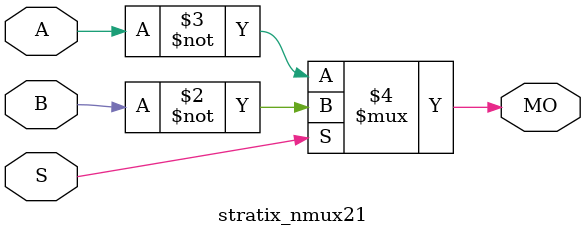
<source format=v>
module stratix_nmux21 (MO, A, B, S);
   input A, B, S; 
   output MO; 
   assign MO = (S == 1) ? ~B : ~A; 
endmodule
</source>
